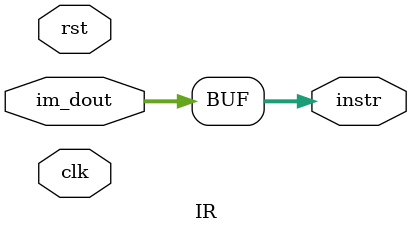
<source format=v>
/*
 IR 指令寄存器
 在一条指令执行完毕（mem阶段或者是wb阶段或者是遇到了j，beq等指令的时候，IRWr（写使能变成1
 */


module IR (clk, rst, im_dout, instr);

   input         clk;
   input         rst;
   input  [31:0] im_dout;
   output [31:0] instr;

   wire [31:0] instr;
   assign instr = im_dout;
endmodule

</source>
